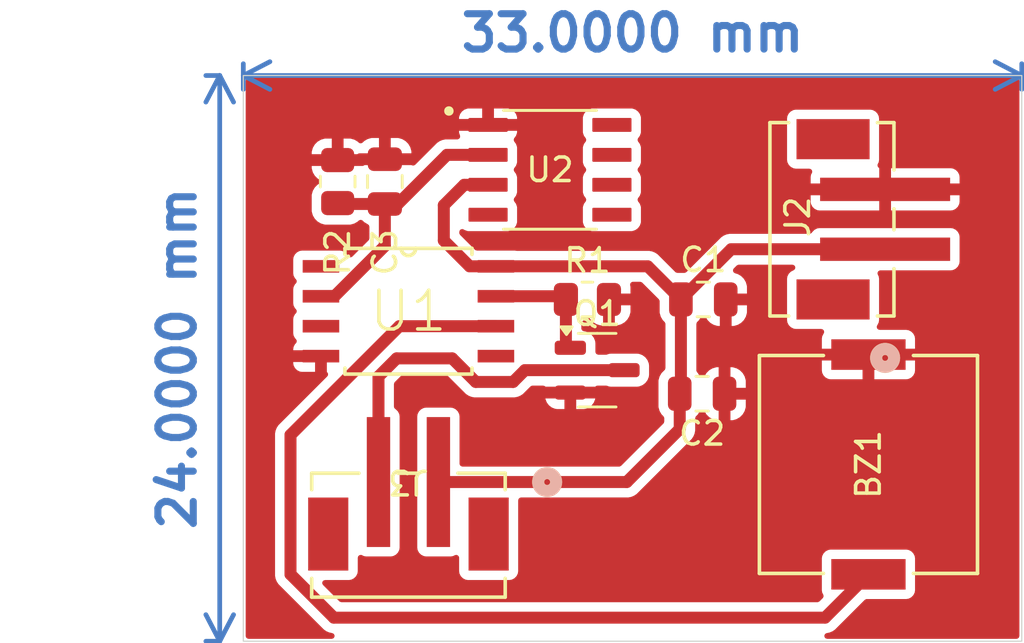
<source format=kicad_pcb>
(kicad_pcb (version 20240108) (generator "pcbnew") (generator_version "8.0")
  (layers (0 "F.Cu" signal) (31 "B.Cu" signal) (34 "B.Paste" user) (35 "F.Paste" user) (36 "B.SilkS" user "B.Silkscreen") (37 "F.SilkS" user "F.Silkscreen") (38 "B.Mask" user) (39 "F.Mask" user) (44 "Edge.Cuts" user))
  (net 0 "")
  (net 1 "/Vin")
  (net 2 "GND")
  (net 3 "/analog_read")
  (net 4 "Net-(Q1-D)")
  (net 5 "/signal")
  (net 6 "/buzzer")
  (footprint "Capacitor_SMD:C_0805_2012Metric" (layer "F.Cu") (at 55 32)
    (property "Reference" "C1" (at 0 -1.68 0) (layer "F.SilkS"))
    (property "Value" "2.2uF")
    (fp_line (start -0.261252 -0.735) (end 0.261252 -0.735) (stroke (width 0.12)) (layer "F.SilkS"))
    (fp_line (start -0.261252 0.735) (end 0.261252 0.735) (stroke (width 0.12)) (layer "F.SilkS"))
    (pad "1" smd roundrect (at -0.95 0) (size 1 1.45) (layers "F.Cu" "F.Paste" "F.Mask") (net 1 "/Vin"))
    (pad "2" smd roundrect (at 0.95 0) (size 1 1.45) (layers "F.Cu" "F.Paste" "F.Mask") (net 2 "GND"))
  )
  (footprint "attiny85:ATTINY85-20SUR" (layer "F.Cu") (at 42.5 32.5)
    (property "Reference" "U1" (at 0 0 0) (layer "F.SilkS") (effects (font (size 1.642354 1.642354))))
    (property "Value" "ATTINY85-20SUR")
    (fp_line (start -2.6924 -2.667) (end -2.6924 -2.413) (stroke (width 0.1524)) (layer "F.SilkS"))
    (fp_line (start -2.6924 2.413) (end -2.6924 2.667) (stroke (width 0.1524)) (layer "F.SilkS"))
    (fp_line (start -2.6924 2.667) (end 2.6924 2.667) (stroke (width 0.1524)) (layer "F.SilkS"))
    (fp_line (start -0.3048 -2.667) (end -2.6924 -2.667) (stroke (width 0.1524)) (layer "F.SilkS"))
    (fp_line (start 0.3048 -2.667) (end -0.3048 -2.667) (stroke (width 0.1524)) (layer "F.SilkS"))
    (fp_line (start 2.6924 -2.667) (end 0.3048 -2.667) (stroke (width 0.1524)) (layer "F.SilkS"))
    (fp_line (start 2.6924 -2.413) (end 2.6924 -2.667) (stroke (width 0.1524)) (layer "F.SilkS"))
    (fp_line (start 2.6924 2.667) (end 2.6924 2.413) (stroke (width 0.1524)) (layer "F.SilkS"))
    (fp_arc (start 0.3048 -2.667) (mid 0 -2.3622) (end -0.3048 -2.667) (stroke (width 0.1524)) (layer "F.SilkS"))
    (fp_arc (start 0.3048 -2.667) (mid 0 -2.3622) (end -0.3048 -2.667) (stroke (width 0.1524)) (layer "F.SilkS"))
    (pad "1" smd rect (at -3.7084 -1.905) (size 1.5494 0.5334) (layers "F.Cu" "F.Paste" "F.Mask"))
    (pad "2" smd rect (at -3.7084 -0.635) (size 1.5494 0.5334) (layers "F.Cu" "F.Paste" "F.Mask") (net 3 "/analog_read"))
    (pad "3" smd rect (at -3.7084 0.635) (size 1.5494 0.5334) (layers "F.Cu" "F.Paste" "F.Mask"))
    (pad "4" smd rect (at -3.7084 1.905) (size 1.5494 0.5334) (layers "F.Cu" "F.Paste" "F.Mask") (net 2 "GND"))
    (pad "5" smd rect (at 3.7084 1.905) (size 1.5494 0.5334) (layers "F.Cu" "F.Paste" "F.Mask"))
    (pad "6" smd rect (at 3.7084 0.635) (size 1.5494 0.5334) (layers "F.Cu" "F.Paste" "F.Mask") (net 6 "/buzzer"))
    (pad "7" smd rect (at 3.7084 -0.635) (size 1.5494 0.5334) (layers "F.Cu" "F.Paste" "F.Mask") (net 5 "/signal"))
    (pad "8" smd rect (at 3.7084 -1.905) (size 1.5494 0.5334) (layers "F.Cu" "F.Paste" "F.Mask") (net 1 "/Vin"))
  )
  (footprint "Capacitor_SMD:C_0805_2012Metric" (layer "F.Cu") (at 54.95 36 180)
    (property "Reference" "C2" (at 0 -1.68 180) (layer "F.SilkS"))
    (property "Value" "100nF" (hide yes))
    (fp_line (start -0.261252 0.735) (end 0.261252 0.735) (stroke (width 0.12)) (layer "F.SilkS"))
    (fp_line (start -0.261252 -0.735) (end 0.261252 -0.735) (stroke (width 0.12)) (layer "F.SilkS"))
    (pad "1" smd roundrect (at -0.95 0 180) (size 1 1.45) (layers "F.Cu" "F.Paste" "F.Mask") (net 2 "GND"))
    (pad "2" smd roundrect (at 0.95 0 180) (size 1 1.45) (layers "F.Cu" "F.Paste" "F.Mask") (net 1 "/Vin"))
  )
  (footprint "Package_TO_SOT_SMD:SOT-23-3" (layer "F.Cu") (at 50.5 35)
    (property "Reference" "Q1" (at 0 -2.4 0) (layer "F.SilkS"))
    (property "Value" "AO3400A")
    (fp_line (start 0 -1.56) (end -0.8 -1.56) (stroke (width 0.12)) (layer "F.SilkS"))
    (fp_line (start 0 -1.56) (end 0.8 -1.56) (stroke (width 0.12)) (layer "F.SilkS"))
    (fp_line (start 0 1.56) (end -0.8 1.56) (stroke (width 0.12)) (layer "F.SilkS"))
    (fp_line (start 0 1.56) (end 0.8 1.56) (stroke (width 0.12)) (layer "F.SilkS"))
    (fp_poly (pts (xy -1.3 -1.51) (xy -1.54 -1.84) (xy -1.06 -1.84) (xy -1.3 -1.51)) (stroke (width 0.12)) (fill solid) (layer "F.SilkS"))
    (pad "1" smd roundrect (at -1.1375 -0.95) (size 1.325 0.6) (layers "F.Cu" "F.Paste" "F.Mask") (net 5 "/signal"))
    (pad "2" smd roundrect (at -1.1375 0.95) (size 1.325 0.6) (layers "F.Cu" "F.Paste" "F.Mask") (net 2 "GND"))
    (pad "3" smd roundrect (at 1.1375 0) (size 1.325 0.6) (layers "F.Cu" "F.Paste" "F.Mask") (net 4 "Net-(Q1-D)"))
  )
  (footprint "Resistor_SMD:R_0805_2012Metric" (layer "F.Cu") (at 50.0875 32)
    (property "Reference" "R1" (at 0 -1.65 0) (layer "F.SilkS"))
    (property "Value" "10kOhm")
    (fp_line (start -0.227064 -0.735) (end 0.227064 -0.735) (stroke (width 0.12)) (layer "F.SilkS"))
    (fp_line (start -0.227064 0.735) (end 0.227064 0.735) (stroke (width 0.12)) (layer "F.SilkS"))
    (pad "1" smd roundrect (at -0.9125 0) (size 1.025 1.4) (layers "F.Cu" "F.Paste" "F.Mask") (roundrect_rratio 0.243902) (net 5 "/signal"))
    (pad "2" smd roundrect (at 0.9125 0) (size 1.025 1.4) (layers "F.Cu" "F.Paste" "F.Mask") (roundrect_rratio 0.243902) (net 2 "GND"))
  )
  (footprint "jst_ph:CONN2_B2B-PH-SM4_JST" (layer "F.Cu") (at 42.5 42 180)
    (property "Reference" "J3" (at 0 2.2541 180) (layer "F.SilkS"))
    (property "Value" "B2B-PH-SM4-TBT LFSN" (hide yes))
    (fp_circle (center -5.8801 2.2541) (end -5.4991 2.2541) (stroke (width 0.508)) (fill none) (layer "B.SilkS"))
    (fp_line (start 4.1021 2.6289) (end 4.1021 1.929239) (stroke (width 0.1524)) (layer "F.SilkS"))
    (fp_line (start 4.1021 -1.835041) (end 4.1021 -2.6289) (stroke (width 0.1524)) (layer "F.SilkS"))
    (fp_line (start 4.1021 -2.6289) (end -4.1021 -2.6289) (stroke (width 0.1524)) (layer "F.SilkS"))
    (fp_line (start 2.09804 2.6289) (end 4.1021 2.6289) (stroke (width 0.1524)) (layer "F.SilkS"))
    (fp_line (start -0.44196 2.6289) (end 0.44196 2.6289) (stroke (width 0.1524)) (layer "F.SilkS"))
    (fp_line (start -4.1021 2.6289) (end -2.09804 2.6289) (stroke (width 0.1524)) (layer "F.SilkS"))
    (fp_line (start -4.1021 1.929239) (end -4.1021 2.6289) (stroke (width 0.1524)) (layer "F.SilkS"))
    (fp_line (start -4.1021 -2.6289) (end -4.1021 -1.835041) (stroke (width 0.1524)) (layer "F.SilkS"))
    (fp_circle (center -5.8801 2.2541) (end -5.4991 2.2541) (stroke (width 0.508)) (fill none) (layer "F.SilkS"))
    (pad "1" smd rect (at -1.27 2.2541 180) (size 0.9906 5.5118) (layers "F.Cu" "F.Paste" "F.Mask") (net 1 "/Vin"))
    (pad "2" smd rect (at 1.27 2.2541 180) (size 0.9906 5.5118) (layers "F.Cu" "F.Paste" "F.Mask") (net 4 "Net-(Q1-D)"))
    (pad "3" smd rect (at -3.399998 0.047099 180) (size 1.7018 3.0988) (layers "F.Cu" "F.Paste" "F.Mask"))
    (pad "4" smd rect (at 3.399998 0.047099 180) (size 1.7018 3.0988) (layers "F.Cu" "F.Paste" "F.Mask"))
  )
  (footprint "Resistor_SMD:R_0805_2012Metric" (layer "F.Cu") (at 39.5 27 90)
    (property "Reference" "R2" (at -3 0 -90) (layer "F.SilkS"))
    (property "Value" "10kOhm" (hide yes))
    (fp_line (start -0.227064 -0.735) (end 0.227064 -0.735) (stroke (width 0.12)) (layer "F.SilkS"))
    (fp_line (start -0.227064 0.735) (end 0.227064 0.735) (stroke (width 0.12)) (layer "F.SilkS"))
    (pad "1" smd roundrect (at -0.9125 0 90) (size 1.025 1.4) (layers "F.Cu" "F.Paste" "F.Mask") (roundrect_rratio 0.243902) (net 3 "/analog_read"))
    (pad "2" smd roundrect (at 0.9125 0 90) (size 1.025 1.4) (layers "F.Cu" "F.Paste" "F.Mask") (roundrect_rratio 0.243902) (net 2 "GND"))
  )
  (footprint "ambient_sensor:ambient_sensor" (layer "F.Cu") (at 48.5 26.5)
    (property "Reference" "U2" (at 0 0 0) (layer "F.SilkS"))
    (property "Value" "MLX75305KXD-AAA-000-RE" (hide yes))
    (fp_line (start -1.97 -2.52) (end 1.97 -2.52) (stroke (width 0.127)) (layer "F.SilkS"))
    (fp_line (start -1.97 2.52) (end 1.97 2.52) (stroke (width 0.127)) (layer "F.SilkS"))
    (fp_circle (center -4.285 -2.495) (end -4.185 -2.495) (stroke (width 0.2)) (fill none) (layer "F.SilkS"))
    (pad "1" smd roundrect (at -2.625 -1.905) (size 1.66 0.59) (layers "F.Cu" "F.Paste" "F.Mask") (roundrect_rratio 0.07) (net 2 "GND"))
    (pad "2" smd roundrect (at -2.625 -0.635) (size 1.66 0.59) (layers "F.Cu" "F.Paste" "F.Mask") (roundrect_rratio 0.07) (net 3 "/analog_read"))
    (pad "3" smd roundrect (at -2.625 0.635) (size 1.66 0.59) (layers "F.Cu" "F.Paste" "F.Mask") (roundrect_rratio 0.07) (net 1 "/Vin"))
    (pad "4" smd roundrect (at -2.625 1.905) (size 1.66 0.59) (layers "F.Cu" "F.Paste" "F.Mask") (roundrect_rratio 0.07))
    (pad "5" smd roundrect (at 2.625 1.905) (size 1.66 0.59) (layers "F.Cu" "F.Paste" "F.Mask") (roundrect_rratio 0.07))
    (pad "6" smd roundrect (at 2.625 0.635) (size 1.66 0.59) (layers "F.Cu" "F.Paste" "F.Mask") (roundrect_rratio 0.07))
    (pad "7" smd roundrect (at 2.625 -0.635) (size 1.66 0.59) (layers "F.Cu" "F.Paste" "F.Mask") (roundrect_rratio 0.07))
    (pad "8" smd roundrect (at 2.625 -1.905) (size 1.66 0.59) (layers "F.Cu" "F.Paste" "F.Mask") (roundrect_rratio 0.07))
  )
  (footprint "buzzer:SM_CPT_9X9_CUD" (layer "F.Cu") (at 62 39 90)
    (property "Reference" "BZ1" (at 0 0 90) (layer "F.SilkS"))
    (property "Value" "Buzzer")
    (fp_line (start 4.6228 -4.6228) (end -4.6228 -4.6228) (stroke (width 0.1524)) (layer "F.SilkS"))
    (fp_line (start -4.6228 -4.6228) (end -4.6228 -1.90754) (stroke (width 0.1524)) (layer "F.SilkS"))
    (fp_line (start 4.6228 -1.90754) (end 4.6228 -4.6228) (stroke (width 0.1524)) (layer "F.SilkS"))
    (fp_line (start -4.6228 1.90754) (end -4.6228 4.6228) (stroke (width 0.1524)) (layer "F.SilkS"))
    (fp_line (start 4.6228 4.6228) (end 4.6228 1.90754) (stroke (width 0.1524)) (layer "F.SilkS"))
    (fp_line (start -4.6228 4.6228) (end 4.6228 4.6228) (stroke (width 0.1524)) (layer "F.SilkS"))
    (pad "1" smd rect (at -4.6609 0 90) (size 1.2954 3.1496) (layers "F.Cu" "F.Paste" "F.Mask") (net 6 "/buzzer"))
    (pad "2" smd rect (at 4.6609 0 90) (size 1.2954 3.1496) (layers "F.Cu" "F.Paste" "F.Mask") (net 2 "GND"))
  )
  (footprint "jst_ph:CONN2_B2B-PH-SM4_JST" (layer "F.Cu") (at 60.452901 28.600002 90)
    (property "Reference" "J2" (at 0.100002 -1.452901 90) (layer "F.SilkS"))
    (property "Value" "B2B-PH-SM4-TBT LFSN" (hide yes))
    (fp_circle (center -5.8801 2.2541) (end -5.4991 2.2541) (stroke (width 0.508)) (fill none) (layer "B.SilkS"))
    (fp_line (start 4.1021 -2.6289) (end -4.1021 -2.6289) (stroke (width 0.1524)) (layer "F.SilkS"))
    (fp_line (start -4.1021 -2.6289) (end -4.1021 -1.835041) (stroke (width 0.1524)) (layer "F.SilkS"))
    (fp_line (start 4.1021 -1.835041) (end 4.1021 -2.6289) (stroke (width 0.1524)) (layer "F.SilkS"))
    (fp_line (start -4.1021 1.929239) (end -4.1021 2.6289) (stroke (width 0.1524)) (layer "F.SilkS"))
    (fp_line (start 4.1021 2.6289) (end 4.1021 1.929239) (stroke (width 0.1524)) (layer "F.SilkS"))
    (fp_line (start 2.09804 2.6289) (end 4.1021 2.6289) (stroke (width 0.1524)) (layer "F.SilkS"))
    (fp_line (start -0.44196 2.6289) (end 0.44196 2.6289) (stroke (width 0.1524)) (layer "F.SilkS"))
    (fp_line (start -4.1021 2.6289) (end -2.09804 2.6289) (stroke (width 0.1524)) (layer "F.SilkS"))
    (fp_circle (center -5.8801 2.2541) (end -5.4991 2.2541) (stroke (width 0.508)) (fill none) (layer "F.SilkS"))
    (pad "1" smd rect (at -1.27 2.2541 90) (size 0.9906 5.5118) (layers "F.Cu" "F.Paste" "F.Mask") (net 1 "/Vin"))
    (pad "2" smd rect (at 1.27 2.2541 90) (size 0.9906 5.5118) (layers "F.Cu" "F.Paste" "F.Mask") (net 2 "GND"))
    (pad "3" smd rect (at -3.399998 0.047099 90) (size 1.7018 3.0988) (layers "F.Cu" "F.Paste" "F.Mask"))
    (pad "4" smd rect (at 3.399998 0.047099 90) (size 1.7018 3.0988) (layers "F.Cu" "F.Paste" "F.Mask"))
  )
  (footprint "Capacitor_SMD:C_0805_2012Metric" (layer "F.Cu") (at 41.5 27 90)
    (property "Reference" "C3" (at -3 0 -90) (layer "F.SilkS"))
    (property "Value" "100nF" (hide yes))
    (fp_line (start -0.261252 -0.735) (end 0.261252 -0.735) (stroke (width 0.12)) (layer "F.SilkS"))
    (fp_line (start -0.261252 0.735) (end 0.261252 0.735) (stroke (width 0.12)) (layer "F.SilkS"))
    (pad "1" smd roundrect (at -0.95 0 90) (size 1 1.45) (layers "F.Cu" "F.Paste" "F.Mask") (net 3 "/analog_read"))
    (pad "2" smd roundrect (at 0.95 0 90) (size 1 1.45) (layers "F.Cu" "F.Paste" "F.Mask") (net 2 "GND"))
  )
  (gr_rect (start 35.5 22.5) (end 68.5 46.5) (stroke (width 0.05)) (fill none) (layer "Edge.Cuts"))
  (dimension (type aligned) (layer "B.Cu") (pts (xy 35 22.5) (xy 35 46.5)) (height 0.5) (gr_text "24.0000 mm" (at 32.7 34.5 90) (layer "B.Cu") (effects (font (size 1.5 1.5) (thickness 0.3)))) (format (prefix "") (suffix "") (units 3) (units_format 1) (precision 4)) (style (thickness 0.2) (arrow_length 1.27) (text_position_mode 0) (extension_height 0.58642) (extension_offset 0.5) keep_text_aligned))
  (dimension (type aligned) (layer "B.Cu") (pts (xy 35.5 21.5) (xy 68.5 21.5)) (height 1) (gr_text "33.0000 mm" (at 52 20.7 0) (layer "B.Cu") (effects (font (size 1.5 1.5) (thickness 0.3)))) (format (prefix "") (suffix "") (units 3) (units_format 1) (precision 4)) (style (thickness 0.2) (arrow_length 1.27) (text_position_mode 0) (extension_height 0.58642) (extension_offset 0.5) keep_text_aligned))
  (segment (start 54.05 32) (end 54.05 35.95) (width 0.508) (layer "F.Cu") (net 1))
  (segment (start 45.875 27.135) (end 44.866264 27.135) (width 0.508) (layer "F.Cu") (net 1))
  (segment (start 52.645 30.595) (end 54.05 32) (width 0.508) (layer "F.Cu") (net 1))
  (segment (start 56.179998 29.870002) (end 54.05 32) (width 0.508) (layer "F.Cu") (net 1))
  (segment (start 51.7541 39.7459) (end 43.77 39.7459) (width 0.508) (layer "F.Cu") (net 1))
  (segment (start 54 37.5) (end 51.7541 39.7459) (width 0.508) (layer "F.Cu") (net 1))
  (segment (start 45.095 30.595) (end 46.2084 30.595) (width 0.508) (layer "F.Cu") (net 1))
  (segment (start 46.2084 30.595) (end 52.645 30.595) (width 0.508) (layer "F.Cu") (net 1))
  (segment (start 54 36) (end 54 37.5) (width 0.508) (layer "F.Cu") (net 1))
  (segment (start 44 29.5) (end 45.095 30.595) (width 0.508) (layer "F.Cu") (net 1))
  (segment (start 54.05 35.95) (end 54 36) (width 0.508) (layer "F.Cu") (net 1))
  (segment (start 44.866264 27.135) (end 44 28.001264) (width 0.508) (layer "F.Cu") (net 1))
  (segment (start 62.707001 29.870002) (end 56.179998 29.870002) (width 0.508) (layer "F.Cu") (net 1))
  (segment (start 44 28.001264) (end 44 29.5) (width 0.508) (layer "F.Cu") (net 1))
  (segment (start 38.7916 31.865) (end 39.365 31.865) (width 0.508) (layer "F.Cu") (net 3))
  (segment (start 41.5 27.95) (end 42.05 27.95) (width 0.508) (layer "F.Cu") (net 3))
  (segment (start 41.5 29.73) (end 41.5 27.95) (width 0.508) (layer "F.Cu") (net 3))
  (segment (start 39.365 31.865) (end 41.5 29.73) (width 0.508) (layer "F.Cu") (net 3))
  (segment (start 39.5375 27.95) (end 39.5 27.9125) (width 0.508) (layer "F.Cu") (net 3))
  (segment (start 44.135 25.865) (end 45.875 25.865) (width 0.508) (layer "F.Cu") (net 3))
  (segment (start 41.5 27.95) (end 39.5375 27.95) (width 0.508) (layer "F.Cu") (net 3))
  (segment (start 42.05 27.95) (end 44.135 25.865) (width 0.508) (layer "F.Cu") (net 3))
  (segment (start 47.4371 35) (end 51.6375 35) (width 0.508) (layer "F.Cu") (net 4))
  (segment (start 45.354 35.5) (end 46.9371 35.5) (width 0.508) (layer "F.Cu") (net 4))
  (segment (start 44.354 34.5) (end 45.354 35.5) (width 0.508) (layer "F.Cu") (net 4))
  (segment (start 46.9371 35.5) (end 47.4371 35) (width 0.508) (layer "F.Cu") (net 4))
  (segment (start 41.23 39.7459) (end 41.23 35.27) (width 0.508) (layer "F.Cu") (net 4))
  (segment (start 42 34.5) (end 44.354 34.5) (width 0.508) (layer "F.Cu") (net 4))
  (segment (start 41.23 35.27) (end 42 34.5) (width 0.508) (layer "F.Cu") (net 4))
  (segment (start 49.175 32) (end 49.175 33.8625) (width 0.508) (layer "F.Cu") (net 5))
  (segment (start 46.2084 31.865) (end 49.04 31.865) (width 0.508) (layer "F.Cu") (net 5))
  (segment (start 49.175 33.8625) (end 49.3625 34.05) (width 0.508) (layer "F.Cu") (net 5))
  (segment (start 49.04 31.865) (end 49.175 32) (width 0.508) (layer "F.Cu") (net 5))
  (segment (start 60.1609 45.5) (end 62 43.6609) (width 0.508) (layer "F.Cu") (net 6))
  (segment (start 46.2084 33.135) (end 42.115 33.135) (width 0.508) (layer "F.Cu") (net 6))
  (segment (start 39.338801 45.5) (end 60.1609 45.5) (width 0.508) (layer "F.Cu") (net 6))
  (segment (start 37.5 43.661199) (end 39.338801 45.5) (width 0.508) (layer "F.Cu") (net 6))
  (segment (start 37.5 37.75) (end 37.5 43.661199) (width 0.508) (layer "F.Cu") (net 6))
  (segment (start 42.115 33.135) (end 37.5 37.75) (width 0.508) (layer "F.Cu") (net 6))
  (zone (net 2) (net_name "GND") (layer "F.Cu") (connect_pads (clearance 0.4)) (min_thickness 0.25) (fill yes (thermal_gap 0.4) (thermal_bridge_width 0.5))
    (polygon (pts (xy 68.5 22.5) (xy 68.5 46.5) (xy 35.5 46.5) (xy 35.5 22.5)))
  )
)
</source>
